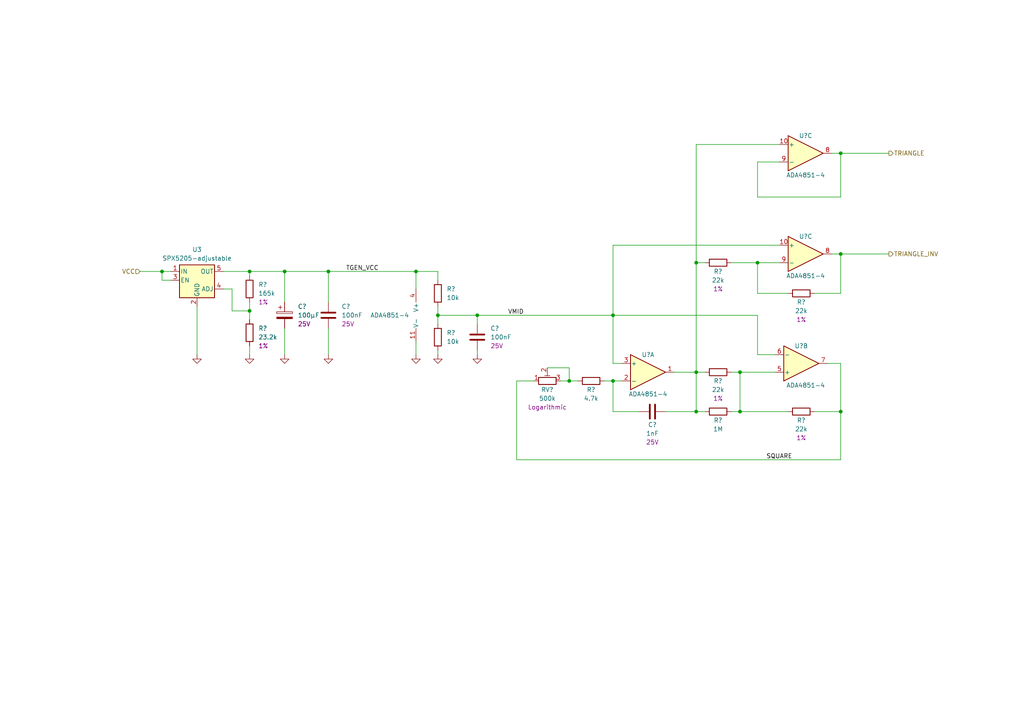
<source format=kicad_sch>
(kicad_sch (version 20230121) (generator eeschema)
  (paper "A4")
  (lib_symbols
    (symbol "Amplifier_Operational:ADA4807-4" (pin_names (offset 0.127))
      (property "Reference" "U" (at 0 5.08 0))
      (property "Value" "ADA4807-4" (at 0 -5.08 0))
      (symbol "ADA4807-4_1_1"
        (polyline (pts (xy -5.08 5.08) (xy 5.08 0) (xy -5.08 -5.08) (xy -5.08 5.08)) (stroke (width 0.254)) (fill (type background)))
        (pin output line (at 7.62 0 180) (length 2.54) (name "~") (number "1"))
        (pin input line (at -7.62 -2.54 0) (length 2.54) (name "-") (number "2"))
        (pin input line (at -7.62 2.54 0) (length 2.54) (name "+") (number "3"))
      )
      (symbol "ADA4807-4_2_1"
        (polyline (pts (xy -5.08 5.08) (xy 5.08 0) (xy -5.08 -5.08) (xy -5.08 5.08)) (stroke (width 0.254)) (fill (type background)))
        (pin input line (at -7.62 2.54 0) (length 2.54) (name "+") (number "5"))
        (pin input line (at -7.62 -2.54 0) (length 2.54) (name "-") (number "6"))
        (pin output line (at 7.62 0 180) (length 2.54) (name "~") (number "7"))
      )
      (symbol "ADA4807-4_3_1"
        (polyline (pts (xy -5.08 5.08) (xy 5.08 0) (xy -5.08 -5.08) (xy -5.08 5.08)) (stroke (width 0.254)) (fill (type background)))
        (pin input line (at -7.62 2.54 0) (length 2.54) (name "+") (number "10"))
        (pin output line (at 7.62 0 180) (length 2.54) (name "~") (number "8"))
        (pin input line (at -7.62 -2.54 0) (length 2.54) (name "-") (number "9"))
      )
      (symbol "ADA4807-4_4_1"
        (polyline (pts (xy -5.08 5.08) (xy 5.08 0) (xy -5.08 -5.08) (xy -5.08 5.08)) (stroke (width 0.254)) (fill (type background)))
        (pin input line (at -7.62 2.54 0) (length 2.54) (name "+") (number "12"))
        (pin input line (at -7.62 -2.54 0) (length 2.54) (name "-") (number "13"))
        (pin output line (at 7.62 0 180) (length 2.54) (name "~") (number "14"))
      )
      (symbol "ADA4807-4_5_1"
        (pin power_in line (at -2.54 -7.62 90) (length 3.81) (name "V-") (number "11"))
        (pin power_in line (at -2.54 7.62 270) (length 3.81) (name "V+") (number "4"))
      )
    )
    (symbol "Device:C" (pin_numbers hide) (pin_names (offset 0.254))
      (property "Reference" "C" (at 0.635 2.54 0))
      (property "Value" "C" (at 0.635 -2.54 0))
      (symbol "C_0_1"
        (polyline (pts (xy -2.032 -0.762) (xy 2.032 -0.762)) (stroke (width 0.508)))
        (polyline (pts (xy -2.032 0.762) (xy 2.032 0.762)) (stroke (width 0.508)))
      )
      (symbol "C_1_1"
        (pin passive line (at 0 3.81 270) (length 2.794) (name "~") (number "1"))
        (pin passive line (at 0 -3.81 90) (length 2.794) (name "~") (number "2"))
      )
    )
    (symbol "Device:C_Polarized" (pin_numbers hide) (pin_names (offset 0.254))
      (property "Reference" "C" (at 0.635 2.54 0))
      (property "Value" "C_Polarized" (at 0.635 -2.54 0))
      (symbol "C_Polarized_0_1"
        (rectangle (start -2.286 0.508) (end 2.286 1.016))
        (polyline (pts (xy -1.778 2.286) (xy -0.762 2.286)))
        (polyline (pts (xy -1.27 2.794) (xy -1.27 1.778)))
        (rectangle (start 2.286 -0.508) (end -2.286 -1.016) (fill (type outline)))
      )
      (symbol "C_Polarized_1_1"
        (pin passive line (at 0 3.81 270) (length 2.794) (name "~") (number "1"))
        (pin passive line (at 0 -3.81 90) (length 2.794) (name "~") (number "2"))
      )
    )
    (symbol "Device:R" (pin_numbers hide) (pin_names (offset 0))
      (property "Reference" "R" (at 2.032 0 90))
      (property "Value" "R" (at 0 0 90))
      (symbol "R_0_1"
        (rectangle (start -1.016 -2.54) (end 1.016 2.54) (stroke (width 0.254)))
      )
      (symbol "R_1_1"
        (pin passive line (at 0 3.81 270) (length 1.27) (name "~") (number "1"))
        (pin passive line (at 0 -3.81 90) (length 1.27) (name "~") (number "2"))
      )
    )
    (symbol "Device:R_Potentiometer_Trim" (pin_names (offset 1.016) hide)
      (property "Reference" "RV" (at -4.445 0 90))
      (property "Value" "R_Potentiometer_Trim" (at -2.54 0 90))
      (symbol "R_Potentiometer_Trim_0_1"
        (polyline (pts (xy 1.524 0.762) (xy 1.524 -0.762)))
        (polyline (pts (xy 2.54 0) (xy 1.524 0)))
        (rectangle (start 1.016 2.54) (end -1.016 -2.54) (stroke (width 0.254)))
      )
      (symbol "R_Potentiometer_Trim_1_1"
        (pin passive line (at 0 3.81 270) (length 1.27) (name "1") (number "1"))
        (pin passive line (at 3.81 0 180) (length 1.27) (name "2") (number "2"))
        (pin passive line (at 0 -3.81 90) (length 1.27) (name "3") (number "3"))
      )
    )
    (symbol "Regulator_Linear:SPX3819M5-L" (pin_names (offset 0.254))
      (property "Reference" "U" (at -3.81 5.715 0))
      (property "Value" "SPX3819M5-L" (at 0 5.715 0))
      (symbol "SPX3819M5-L_0_1"
        (rectangle (start -5.08 4.445) (end 5.08 -5.08) (stroke (width 0.254)) (fill (type background)))
      )
      (symbol "SPX3819M5-L_1_1"
        (pin power_in line (at -7.62 2.54 0) (length 2.54) (name "IN") (number "1"))
        (pin power_in line (at 0 -7.62 90) (length 2.54) (name "GND") (number "2"))
        (pin input line (at -7.62 0 0) (length 2.54) (name "EN") (number "3"))
        (pin input line (at 7.62 -2.54 180) (length 2.54) (name "ADJ") (number "4"))
        (pin power_out line (at 7.62 2.54 180) (length 2.54) (name "OUT") (number "5"))
      )
    )
    (symbol "power:GND" (power) (pin_names (offset 0))
      (property "Value" "GND" (at 0 -3.81 0))
      (symbol "GND_0_1"
        (polyline (pts (xy 0 0) (xy 0 -1.27) (xy 1.27 -1.27) (xy 0 -2.54) (xy -1.27 -1.27) (xy 0 -1.27)))
      )
      (symbol "GND_1_1"
        (pin power_in line (at 0 0 270) (length 0) hide (name "GND") (number "1"))
      )
    )
  )
  (junction (at 177.8 91.44))
  (junction (at 72.39 78.74))
  (junction (at 214.63 107.95))
  (junction (at 243.84 73.66))
  (junction (at 82.55 78.74))
  (junction (at 127 91.44))
  (junction (at 214.63 119.38))
  (junction (at 120.65 78.74))
  (junction (at 177.8 110.49))
  (junction (at 95.25 78.74))
  (junction (at 219.71 76.2))
  (junction (at 243.84 119.38))
  (junction (at 138.43 91.44))
  (junction (at 201.93 119.38))
  (junction (at 243.84 44.45))
  (junction (at 165.1 110.49))
  (junction (at 72.39 90.17))
  (junction (at 46.99 78.74))
  (junction (at 201.93 76.2))
  (junction (at 201.93 107.95))
  (wire (pts (xy 243.84 119.38) (xy 243.84 105.41)))
  (wire (pts (xy 219.71 102.87) (xy 219.71 91.44)))
  (wire (pts (xy 46.99 78.74) (xy 49.53 78.74)))
  (wire (pts (xy 214.63 119.38) (xy 228.6 119.38)))
  (wire (pts (xy 127 101.6) (xy 127 102.87)))
  (wire (pts (xy 162.56 110.49) (xy 165.1 110.49)))
  (wire (pts (xy 120.65 78.74) (xy 95.25 78.74)))
  (wire (pts (xy 212.09 119.38) (xy 214.63 119.38)))
  (wire (pts (xy 226.06 46.99) (xy 219.71 46.99)))
  (wire (pts (xy 214.63 107.95) (xy 224.79 107.95)))
  (wire (pts (xy 219.71 46.99) (xy 219.71 57.15)))
  (wire (pts (xy 40.64 78.74) (xy 46.99 78.74)))
  (wire (pts (xy 214.63 107.95) (xy 212.09 107.95)))
  (wire (pts (xy 201.93 107.95) (xy 201.93 119.38)))
  (wire (pts (xy 57.15 88.9) (xy 57.15 102.87)))
  (wire (pts (xy 212.09 76.2) (xy 219.71 76.2)))
  (wire (pts (xy 72.39 78.74) (xy 82.55 78.74)))
  (wire (pts (xy 158.75 106.68) (xy 165.1 106.68)))
  (wire (pts (xy 127 78.74) (xy 127 81.28)))
  (wire (pts (xy 177.8 71.12) (xy 177.8 91.44)))
  (wire (pts (xy 236.22 85.09) (xy 243.84 85.09)))
  (wire (pts (xy 243.84 44.45) (xy 241.3 44.45)))
  (wire (pts (xy 177.8 119.38) (xy 177.8 110.49)))
  (wire (pts (xy 219.71 76.2) (xy 226.06 76.2)))
  (wire (pts (xy 243.84 73.66) (xy 241.3 73.66)))
  (wire (pts (xy 201.93 76.2) (xy 204.47 76.2)))
  (wire (pts (xy 127 91.44) (xy 138.43 91.44)))
  (wire (pts (xy 127 91.44) (xy 127 93.98)))
  (wire (pts (xy 224.79 102.87) (xy 219.71 102.87)))
  (wire (pts (xy 214.63 119.38) (xy 214.63 107.95)))
  (wire (pts (xy 193.04 119.38) (xy 201.93 119.38)))
  (wire (pts (xy 243.84 73.66) (xy 257.81 73.66)))
  (wire (pts (xy 95.25 95.25) (xy 95.25 102.87)))
  (wire (pts (xy 243.84 133.35) (xy 149.86 133.35)))
  (wire (pts (xy 95.25 78.74) (xy 95.25 87.63)))
  (wire (pts (xy 72.39 78.74) (xy 72.39 80.01)))
  (wire (pts (xy 243.84 85.09) (xy 243.84 73.66)))
  (wire (pts (xy 64.77 78.74) (xy 72.39 78.74)))
  (wire (pts (xy 49.53 81.28) (xy 46.99 81.28)))
  (wire (pts (xy 201.93 41.91) (xy 201.93 76.2)))
  (wire (pts (xy 219.71 91.44) (xy 177.8 91.44)))
  (wire (pts (xy 72.39 87.63) (xy 72.39 90.17)))
  (wire (pts (xy 127 88.9) (xy 127 91.44)))
  (wire (pts (xy 138.43 101.6) (xy 138.43 102.87)))
  (wire (pts (xy 228.6 85.09) (xy 219.71 85.09)))
  (wire (pts (xy 201.93 41.91) (xy 226.06 41.91)))
  (wire (pts (xy 138.43 91.44) (xy 138.43 93.98)))
  (wire (pts (xy 175.26 110.49) (xy 177.8 110.49)))
  (wire (pts (xy 185.42 119.38) (xy 177.8 119.38)))
  (wire (pts (xy 46.99 81.28) (xy 46.99 78.74)))
  (wire (pts (xy 138.43 91.44) (xy 177.8 91.44)))
  (wire (pts (xy 243.84 44.45) (xy 257.81 44.45)))
  (wire (pts (xy 67.31 83.82) (xy 64.77 83.82)))
  (wire (pts (xy 177.8 105.41) (xy 180.34 105.41)))
  (wire (pts (xy 149.86 133.35) (xy 149.86 110.49)))
  (wire (pts (xy 219.71 85.09) (xy 219.71 76.2)))
  (wire (pts (xy 195.58 107.95) (xy 201.93 107.95)))
  (wire (pts (xy 72.39 90.17) (xy 67.31 90.17)))
  (wire (pts (xy 120.65 78.74) (xy 127 78.74)))
  (wire (pts (xy 219.71 57.15) (xy 243.84 57.15)))
  (wire (pts (xy 201.93 76.2) (xy 201.93 107.95)))
  (wire (pts (xy 165.1 106.68) (xy 165.1 110.49)))
  (wire (pts (xy 72.39 100.33) (xy 72.39 102.87)))
  (wire (pts (xy 120.65 99.06) (xy 120.65 102.87)))
  (wire (pts (xy 177.8 110.49) (xy 180.34 110.49)))
  (wire (pts (xy 201.93 107.95) (xy 204.47 107.95)))
  (wire (pts (xy 177.8 105.41) (xy 177.8 91.44)))
  (wire (pts (xy 243.84 105.41) (xy 240.03 105.41)))
  (wire (pts (xy 82.55 95.25) (xy 82.55 102.87)))
  (wire (pts (xy 243.84 119.38) (xy 243.84 133.35)))
  (wire (pts (xy 201.93 119.38) (xy 204.47 119.38)))
  (wire (pts (xy 226.06 71.12) (xy 177.8 71.12)))
  (wire (pts (xy 120.65 83.82) (xy 120.65 78.74)))
  (wire (pts (xy 82.55 78.74) (xy 82.55 87.63)))
  (wire (pts (xy 82.55 78.74) (xy 95.25 78.74)))
  (wire (pts (xy 236.22 119.38) (xy 243.84 119.38)))
  (wire (pts (xy 165.1 110.49) (xy 167.64 110.49)))
  (wire (pts (xy 149.86 110.49) (xy 154.94 110.49)))
  (wire (pts (xy 67.31 90.17) (xy 67.31 83.82)))
  (wire (pts (xy 243.84 57.15) (xy 243.84 44.45)))
  (wire (pts (xy 72.39 90.17) (xy 72.39 92.71)))
  (label "TGEN_VCC" (at 100.33 78.74 0))
  (label "VMID" (at 147.32 91.44 0))
  (label "SQUARE" (at 222.25 133.35 0))
  (hierarchical_label "VCC" (shape input) (at 40.64 78.74 180))
  (hierarchical_label "TRIANGLE" (shape output) (at 257.81 44.45 0))
  (hierarchical_label "TRIANGLE_INV" (shape output) (at 257.81 73.66 0))
  (symbol (lib_id "Device:R") (at 127 97.79 180) (unit 1)
    (property "Reference" "R?" (at 129.54 96.52 0) (effects (justify right)))
    (property "Value" "10k" (at 129.54 99.06 0) (effects (justify right)))
    (property "Footprint" "Resistor_SMD:R_0805_2012Metric" (effects hide))
    (instances (project "fast_pwm_controller" (path "" (reference "R?") (unit 1)) (path "" (reference "R4") (unit 1))))
  )
  (symbol (lib_id "Device:R") (at 72.39 83.82 180) (unit 1)
    (property "Reference" "R?" (at 74.93 82.55 0) (effects (justify right)))
    (property "Value" "165k" (at 74.93 85.09 0) (effects (justify right)))
    (property "Footprint" "Resistor_SMD:R_0805_2012Metric" (effects hide))
    (property "Info" "1%" (at 74.93 87.63 0) (effects (justify right)))
    (instances (project "fast_pwm_controller" (path "" (reference "R?") (unit 1)) (path "" (reference "R1") (unit 1))))
  )
  (symbol (lib_id "Device:C") (at 189.23 119.38 90) (unit 1)
    (property "Reference" "C?" (at 189.23 123.19 90))
    (property "Value" "1nF" (at 189.23 125.73 90))
    (property "Footprint" "Capacitor_SMD:C_0805_2012Metric" (effects hide))
    (property "Info" "25V" (at 189.23 128.27 90))
    (instances (project "fast_pwm_controller" (path "" (reference "C?") (unit 1)) (path "" (reference "C6") (unit 1))))
  )
  (symbol (lib_id "Amplifier_Operational:ADA4807-4") (at 233.68 44.45 0) (unit 3)
    (property "Reference" "U?" (at 233.68 39.37 0))
    (property "Value" "ADA4851-4" (at 233.68 50.8 0))
    (property "Footprint" "Package_SO:SOIC-14W_7.5x9mm_P1.27mm" (effects hide))
    (property "Datasheet" "https://www.analog.com/media/en/technical-documentation/data-sheets/ADA4807-1_4807-2_4807-4.pdf" (effects hide))
    (instances (project "fast_pwm_controller" (path "" (reference "U?") (unit 3)) (path "" (reference "U4") (unit 4))))
  )
  (symbol (lib_id "Device:R") (at 232.41 119.38 90) (unit 1)
    (property "Reference" "R?" (at 232.41 121.92 90))
    (property "Value" "22k" (at 232.41 124.46 90))
    (property "Footprint" "Resistor_SMD:R_0805_2012Metric" (effects hide))
    (property "Info" "1%" (at 232.41 127 90))
    (instances (project "fast_pwm_controller" (path "" (reference "R?") (unit 1)) (path "" (reference "R10") (unit 1))))
  )
  (symbol (lib_id "Amplifier_Operational:ADA4807-4") (at 232.41 105.41 0) (mirror x) (unit 2)
    (property "Reference" "U?" (at 232.41 100.33 0))
    (property "Value" "ADA4851-4" (at 233.68 111.76 0))
    (property "Footprint" "Package_SO:SOIC-14W_7.5x9mm_P1.27mm" (effects hide))
    (property "Datasheet" "https://www.analog.com/media/en/technical-documentation/data-sheets/ADA4807-1_4807-2_4807-4.pdf" (effects hide))
    (instances (project "fast_pwm_controller" (path "" (reference "U?") (unit 2)) (path "" (reference "U4") (unit 2))))
  )
  (symbol (lib_id "Device:R") (at 208.28 107.95 90) (unit 1)
    (property "Reference" "R?" (at 208.28 110.49 90))
    (property "Value" "22k" (at 208.28 113.03 90))
    (property "Footprint" "Resistor_SMD:R_0805_2012Metric" (effects hide))
    (property "Info" "1%" (at 208.28 115.57 90))
    (instances (project "fast_pwm_controller" (path "" (reference "R?") (unit 1)) (path "" (reference "R7") (unit 1))))
  )
  (symbol (lib_id "power:GND") (at 120.65 102.87 0) (unit 1)
    (property "Reference" "#PWR02" (effects hide))
    (property "Value" "GND" (effects hide))
    (instances (project "fast_pwm_controller" (path "" (reference "#PWR02") (unit 1)) (path "" (reference "#PWR031") (unit 1))))
  )
  (symbol (lib_id "power:GND") (at 82.55 102.87 0) (unit 1)
    (property "Reference" "#PWR03" (effects hide))
    (property "Value" "GND" (effects hide))
    (instances (project "fast_pwm_controller" (path "" (reference "#PWR03") (unit 1)) (path "" (reference "#PWR029") (unit 1))))
  )
  (symbol (lib_id "Device:R") (at 208.28 119.38 90) (unit 1)
    (property "Reference" "R?" (at 208.28 121.92 90))
    (property "Value" "1M" (at 208.28 124.46 90))
    (property "Footprint" "Resistor_SMD:R_0805_2012Metric" (effects hide))
    (instances (project "fast_pwm_controller" (path "" (reference "R?") (unit 1)) (path "" (reference "R8") (unit 1))))
  )
  (symbol (lib_id "Device:R") (at 232.41 85.09 90) (unit 1)
    (property "Reference" "R?" (at 232.41 87.63 90))
    (property "Value" "22k" (at 232.41 90.17 90))
    (property "Footprint" "Resistor_SMD:R_0805_2012Metric" (effects hide))
    (property "Info" "1%" (at 232.41 92.71 90))
    (instances (project "fast_pwm_controller" (path "" (reference "R?") (unit 1)) (path "" (reference "R9") (unit 1))))
  )
  (symbol (lib_id "Device:C_Polarized") (at 82.55 91.44 0) (unit 1)
    (property "Reference" "C?" (at 86.36 88.9 0) (effects (justify left)))
    (property "Value" "100μF" (at 86.36 91.44 0) (effects (justify left)))
    (property "Footprint" "Capacitor_THT:CP_Radial_D6.3mm_P2.50mm" (effects hide))
    (property "Info" "25V" (at 86.36 93.98 0) (effects (justify left)))
    (property "Shop" "https://www.digikey.com/en/products/detail/w%C3%BCrth-elektronik/860020473008/5727062" (effects hide))
    (instances (project "fast_pwm_controller" (path "" (reference "C?") (unit 1)) (path "" (reference "C3") (unit 1))))
  )
  (symbol (lib_id "power:GND") (at 72.39 102.87 0) (unit 1)
    (property "Reference" "#PWR03" (effects hide))
    (property "Value" "GND" (effects hide))
    (instances (project "fast_pwm_controller" (path "" (reference "#PWR03") (unit 1)) (path "" (reference "#PWR028") (unit 1))))
  )
  (symbol (lib_id "Amplifier_Operational:ADA4807-4") (at 123.19 91.44 0) (unit 5)
    (property "Reference" "U?" (effects hide))
    (property "Value" "ADA4851-4" (at 113.03 91.44 0))
    (property "Footprint" "Package_SO:SOIC-14W_7.5x9mm_P1.27mm" (effects hide))
    (property "Datasheet" "https://www.analog.com/media/en/technical-documentation/data-sheets/ADA4807-1_4807-2_4807-4.pdf" (effects hide))
    (instances (project "fast_pwm_controller" (path "" (reference "U?") (unit 5)) (path "" (reference "U4") (unit 5))))
  )
  (symbol (lib_id "Device:R") (at 72.39 96.52 180) (unit 1)
    (property "Reference" "R?" (at 74.93 95.25 0) (effects (justify right)))
    (property "Value" "23.2k" (at 74.93 97.79 0) (effects (justify right)))
    (property "Footprint" "Resistor_SMD:R_0805_2012Metric" (effects hide))
    (property "Info" "1%" (at 74.93 100.33 0) (effects (justify right)))
    (instances (project "fast_pwm_controller" (path "" (reference "R?") (unit 1)) (path "" (reference "R2") (unit 1))))
  )
  (symbol (lib_id "Device:C") (at 95.25 91.44 180) (unit 1)
    (property "Reference" "C?" (at 99.06 88.9 0) (effects (justify right)))
    (property "Value" "100nF" (at 99.06 91.44 0) (effects (justify right)))
    (property "Footprint" "Capacitor_SMD:C_0805_2012Metric" (effects hide))
    (property "Info" "25V" (at 99.06 93.98 0) (effects (justify right)))
    (instances (project "fast_pwm_controller" (path "" (reference "C?") (unit 1)) (path "" (reference "C4") (unit 1))))
  )
  (symbol (lib_id "Device:R") (at 127 85.09 180) (unit 1)
    (property "Reference" "R?" (at 129.54 83.82 0) (effects (justify right)))
    (property "Value" "10k" (at 129.54 86.36 0) (effects (justify right)))
    (property "Footprint" "Resistor_SMD:R_0805_2012Metric" (effects hide))
    (instances (project "fast_pwm_controller" (path "" (reference "R?") (unit 1)) (path "" (reference "R3") (unit 1))))
  )
  (symbol (lib_id "Amplifier_Operational:ADA4807-4") (at 233.68 73.66 0) (unit 3)
    (property "Reference" "U?" (at 233.68 68.58 0))
    (property "Value" "ADA4851-4" (at 233.68 80.01 0))
    (property "Footprint" "Package_SO:SOIC-14W_7.5x9mm_P1.27mm" (effects hide))
    (property "Datasheet" "https://www.analog.com/media/en/technical-documentation/data-sheets/ADA4807-1_4807-2_4807-4.pdf" (effects hide))
    (instances (project "fast_pwm_controller" (path "" (reference "U?") (unit 3)) (path "" (reference "U4") (unit 3))))
  )
  (symbol (lib_id "power:GND") (at 57.15 102.87 0) (unit 1)
    (property "Reference" "#PWR03" (effects hide))
    (property "Value" "GND" (effects hide))
    (instances (project "fast_pwm_controller" (path "" (reference "#PWR03") (unit 1)) (path "" (reference "#PWR027") (unit 1))))
  )
  (symbol (lib_id "power:GND") (at 95.25 102.87 0) (unit 1)
    (property "Reference" "#PWR04" (effects hide))
    (property "Value" "GND" (effects hide))
    (instances (project "fast_pwm_controller" (path "" (reference "#PWR04") (unit 1)) (path "" (reference "#PWR030") (unit 1))))
  )
  (symbol (lib_id "Amplifier_Operational:ADA4807-4") (at 187.96 107.95 0) (unit 1)
    (property "Reference" "U?" (at 187.96 102.87 0))
    (property "Value" "ADA4851-4" (at 187.96 114.3 0))
    (property "Footprint" "Package_SO:SOIC-14W_7.5x9mm_P1.27mm" (effects hide))
    (property "Datasheet" "https://www.analog.com/media/en/technical-documentation/data-sheets/ADA4807-1_4807-2_4807-4.pdf" (effects hide))
    (instances (project "fast_pwm_controller" (path "" (reference "U?") (unit 1)) (path "" (reference "U4") (unit 1))))
  )
  (symbol (lib_id "Device:R_Potentiometer_Trim") (at 158.75 110.49 90) (unit 1)
    (property "Reference" "RV?" (at 158.75 113.03 90))
    (property "Value" "500k" (at 158.75 115.57 90))
    (property "Footprint" "Potentiometer_THT:Potentiometer_Piher_PT-6-V_Vertical" (effects hide))
    (property "Shop" "https://eu.mouser.com/ProductDetail/CUI-Devices/PTN06-B500HC20?qs=rQFj71Wb1eV5z3F5Gldatg%3D%3D" (effects hide))
    (property "Info" "Logarithmic" (at 158.75 118.11 90))
    (instances (project "fast_pwm_controller" (path "" (reference "RV?") (unit 1)) (path "" (reference "RV1") (unit 1))))
  )
  (symbol (lib_id "Device:R") (at 208.28 76.2 90) (unit 1)
    (property "Reference" "R?" (at 208.28 78.74 90))
    (property "Value" "22k" (at 208.28 81.28 90))
    (property "Footprint" "Resistor_SMD:R_0805_2012Metric" (effects hide))
    (property "Info" "1%" (at 208.28 83.82 90))
    (instances (project "fast_pwm_controller" (path "" (reference "R?") (unit 1)) (path "" (reference "R6") (unit 1))))
  )
  (symbol (lib_id "power:GND") (at 138.43 102.87 0) (unit 1)
    (property "Reference" "#PWR05" (effects hide))
    (property "Value" "GND" (effects hide))
    (instances (project "fast_pwm_controller" (path "" (reference "#PWR05") (unit 1)) (path "" (reference "#PWR033") (unit 1))))
  )
  (symbol (lib_id "power:GND") (at 127 102.87 0) (unit 1)
    (property "Reference" "#PWR01" (effects hide))
    (property "Value" "GND" (effects hide))
    (instances (project "fast_pwm_controller" (path "" (reference "#PWR01") (unit 1)) (path "" (reference "#PWR032") (unit 1))))
  )
  (symbol (lib_id "Regulator_Linear:SPX3819M5-L") (at 57.15 81.28 0) (unit 1)
    (property "Reference" "U3" (at 57.15 72.39 0))
    (property "Value" "SPX5205-adjustable" (at 57.15 74.93 0))
    (property "Footprint" "Package_TO_SOT_SMD:SOT-23-5" (effects hide))
    (property "Datasheet" "https://www.exar.com/content/document.ashx?id=22106&languageid=1033&type=Datasheet&partnumber=SPX3819&filename=SPX3819.pdf&part=SPX3819" (effects hide))
  )
  (symbol (lib_id "Device:C") (at 138.43 97.79 180) (unit 1)
    (property "Reference" "C?" (at 142.24 95.25 0) (effects (justify right)))
    (property "Value" "100nF" (at 142.24 97.79 0) (effects (justify right)))
    (property "Footprint" "Capacitor_SMD:C_0805_2012Metric" (effects hide))
    (property "Info" "25V" (at 142.24 100.33 0) (effects (justify right)))
    (instances (project "fast_pwm_controller" (path "" (reference "C?") (unit 1)) (path "" (reference "C5") (unit 1))))
  )
  (symbol (lib_id "Device:R") (at 171.45 110.49 90) (unit 1)
    (property "Reference" "R?" (at 171.45 113.03 90))
    (property "Value" "4.7k" (at 171.45 115.57 90))
    (property "Footprint" "Resistor_SMD:R_0805_2012Metric" (effects hide))
    (instances (project "fast_pwm_controller" (path "" (reference "R?") (unit 1)) (path "" (reference "R5") (unit 1))))
  )
)
</source>
